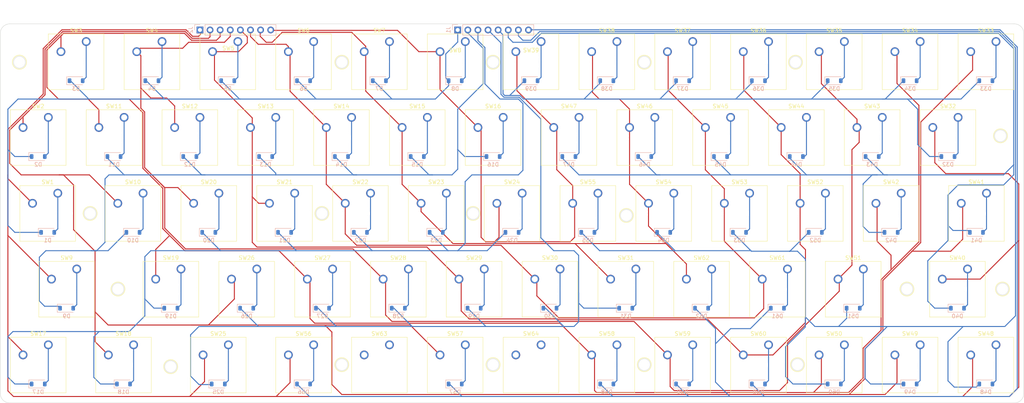
<source format=kicad_pcb>
(kicad_pcb (version 20221018) (generator pcbnew)

  (general
    (thickness 1.6)
  )

  (paper "A3")
  (layers
    (0 "F.Cu" signal)
    (31 "B.Cu" signal)
    (32 "B.Adhes" user "B.Adhesive")
    (33 "F.Adhes" user "F.Adhesive")
    (34 "B.Paste" user)
    (35 "F.Paste" user)
    (36 "B.SilkS" user "B.Silkscreen")
    (37 "F.SilkS" user "F.Silkscreen")
    (38 "B.Mask" user)
    (39 "F.Mask" user)
    (40 "Dwgs.User" user "User.Drawings")
    (41 "Cmts.User" user "User.Comments")
    (42 "Eco1.User" user "User.Eco1")
    (43 "Eco2.User" user "User.Eco2")
    (44 "Edge.Cuts" user)
    (45 "Margin" user)
    (46 "B.CrtYd" user "B.Courtyard")
    (47 "F.CrtYd" user "F.Courtyard")
    (48 "B.Fab" user)
    (49 "F.Fab" user)
    (50 "User.1" user)
    (51 "User.2" user)
    (52 "User.3" user)
    (53 "User.4" user)
    (54 "User.5" user)
    (55 "User.6" user)
    (56 "User.7" user)
    (57 "User.8" user)
    (58 "User.9" user)
  )

  (setup
    (pad_to_mask_clearance 0)
    (aux_axis_origin 83.185 188.11875)
    (grid_origin 200.5 140.5)
    (pcbplotparams
      (layerselection 0x00010fc_ffffffff)
      (plot_on_all_layers_selection 0x0000000_00000000)
      (disableapertmacros false)
      (usegerberextensions false)
      (usegerberattributes true)
      (usegerberadvancedattributes true)
      (creategerberjobfile true)
      (dashed_line_dash_ratio 12.000000)
      (dashed_line_gap_ratio 3.000000)
      (svgprecision 4)
      (plotframeref false)
      (viasonmask false)
      (mode 1)
      (useauxorigin false)
      (hpglpennumber 1)
      (hpglpenspeed 20)
      (hpglpendiameter 15.000000)
      (dxfpolygonmode true)
      (dxfimperialunits true)
      (dxfusepcbnewfont true)
      (psnegative false)
      (psa4output false)
      (plotreference true)
      (plotvalue true)
      (plotinvisibletext false)
      (sketchpadsonfab false)
      (subtractmaskfromsilk false)
      (outputformat 1)
      (mirror false)
      (drillshape 1)
      (scaleselection 1)
      (outputdirectory "")
    )
  )

  (net 0 "")
  (net 1 "Net-(D1-K)")
  (net 2 "Net-(D1-A)")
  (net 3 "Net-(D10-A)")
  (net 4 "Net-(D10-K)")
  (net 5 "Net-(D17-K)")
  (net 6 "Net-(D17-A)")
  (net 7 "Net-(D25-K)")
  (net 8 "Net-(D25-A)")
  (net 9 "Net-(D32-K)")
  (net 10 "Net-(D33-A)")
  (net 11 "Net-(D40-K)")
  (net 12 "Net-(D41-A)")
  (net 13 "Net-(D48-K)")
  (net 14 "Net-(D49-A)")
  (net 15 "Net-(D56-K)")
  (net 16 "Net-(D56-A)")
  (net 17 "Net-(J2-Pin_1)")
  (net 18 "Net-(J2-Pin_2)")
  (net 19 "Net-(J2-Pin_3)")
  (net 20 "Net-(J2-Pin_4)")
  (net 21 "Net-(J2-Pin_5)")
  (net 22 "Net-(J2-Pin_6)")
  (net 23 "Net-(J2-Pin_7)")
  (net 24 "Net-(J2-Pin_8)")
  (net 25 "unconnected-(SW63-Pad1)")
  (net 26 "unconnected-(SW63-Pad2)")
  (net 27 "unconnected-(SW64-Pad1)")
  (net 28 "unconnected-(SW64-Pad2)")
  (net 29 "Net-(D2-A)")
  (net 30 "Net-(D3-A)")
  (net 31 "Net-(D4-A)")
  (net 32 "Net-(D5-A)")
  (net 33 "Net-(D6-A)")
  (net 34 "Net-(D7-A)")
  (net 35 "Net-(D8-A)")
  (net 36 "Net-(D9-A)")
  (net 37 "Net-(D11-A)")
  (net 38 "Net-(D12-A)")
  (net 39 "Net-(D13-A)")
  (net 40 "Net-(D14-A)")
  (net 41 "Net-(D15-A)")
  (net 42 "Net-(D16-A)")
  (net 43 "Net-(D18-A)")
  (net 44 "Net-(D19-A)")
  (net 45 "Net-(D20-A)")
  (net 46 "Net-(D21-A)")
  (net 47 "Net-(D22-A)")
  (net 48 "Net-(D23-A)")
  (net 49 "Net-(D24-A)")
  (net 50 "Net-(D26-A)")
  (net 51 "Net-(D27-A)")
  (net 52 "Net-(D28-A)")
  (net 53 "Net-(D29-A)")
  (net 54 "Net-(D30-A)")
  (net 55 "Net-(D31-A)")
  (net 56 "Net-(D32-A)")
  (net 57 "Net-(D34-A)")
  (net 58 "Net-(D35-A)")
  (net 59 "Net-(D36-A)")
  (net 60 "Net-(D37-A)")
  (net 61 "Net-(D38-A)")
  (net 62 "Net-(D39-A)")
  (net 63 "Net-(D40-A)")
  (net 64 "Net-(D42-A)")
  (net 65 "Net-(D43-A)")
  (net 66 "Net-(D44-A)")
  (net 67 "Net-(D45-A)")
  (net 68 "Net-(D46-A)")
  (net 69 "Net-(D47-A)")
  (net 70 "Net-(D48-A)")
  (net 71 "Net-(D50-A)")
  (net 72 "Net-(D51-A)")
  (net 73 "Net-(D52-A)")
  (net 74 "Net-(D53-A)")
  (net 75 "Net-(D54-A)")
  (net 76 "Net-(D55-A)")
  (net 77 "Net-(D57-A)")
  (net 78 "Net-(D58-A)")
  (net 79 "Net-(D59-A)")
  (net 80 "Net-(D60-A)")
  (net 81 "Net-(D61-A)")
  (net 82 "Net-(D62-A)")

  (footprint "Button_Switch_Keyboard:SW_Cherry_MX_1.00u_PCB" (layer "F.Cu") (at 285.75 116.36375))

  (footprint "Button_Switch_Keyboard:SW_Cherry_MX_1.00u_PCB" (layer "F.Cu") (at 261.9375 154.46375))

  (footprint "Button_Switch_Keyboard:SW_Cherry_MX_1.00u_PCB" (layer "F.Cu") (at 114.3 116.36375))

  (footprint "Button_Switch_Keyboard:SW_Cherry_MX_1.00u_PCB" (layer "F.Cu") (at 252.4125 135.41375))

  (footprint "Button_Switch_Keyboard:SW_Cherry_MX_1.25u_PCB" (layer "F.Cu") (at 140.49375 173.51375))

  (footprint "Button_Switch_Keyboard:SW_Cherry_MX_1.00u_PCB" (layer "F.Cu") (at 276.225 173.51375))

  (footprint "Button_Switch_Keyboard:SW_Cherry_MX_1.00u_PCB" (layer "F.Cu") (at 257.175 97.31375))

  (footprint "Button_Switch_Keyboard:SW_Cherry_MX_1.00u_PCB" (layer "F.Cu") (at 214.3125 135.41375))

  (footprint "Button_Switch_Keyboard:SW_Cherry_MX_1.00u_PCB" (layer "F.Cu") (at 180.975 97.31375))

  (footprint "Button_Switch_Keyboard:SW_Cherry_MX_1.00u_PCB" (layer "F.Cu") (at 200.025 173.51375))

  (footprint "Button_Switch_Keyboard:SW_Cherry_MX_1.00u_PCB" (layer "F.Cu") (at 200.025 97.31375))

  (footprint "Button_Switch_Keyboard:SW_Cherry_MX_1.00u_PCB" (layer "F.Cu") (at 233.3625 135.41375))

  (footprint "Button_Switch_Keyboard:SW_Cherry_MX_1.00u_PCB" (layer "F.Cu") (at 304.8 116.36375))

  (footprint "Button_Switch_Keyboard:SW_Cherry_MX_1.00u_PCB" (layer "F.Cu") (at 95.25 116.36375))

  (footprint "Button_Switch_Keyboard:SW_Cherry_MX_1.00u_PCB" (layer "F.Cu") (at 295.275 97.31375))

  (footprint "Button_Switch_Keyboard:SW_Cherry_MX_1.00u_PCB" (layer "F.Cu") (at 147.6375 154.46375))

  (footprint "Button_Switch_Keyboard:SW_Cherry_MX_1.00u_PCB" (layer "F.Cu") (at 152.4 116.36375))

  (footprint "Button_Switch_Keyboard:SW_Cherry_MX_1.00u_PCB" (layer "F.Cu") (at 290.5125 135.41375))

  (footprint "Button_Switch_Keyboard:SW_Cherry_MX_1.00u_PCB" (layer "F.Cu") (at 119.0625 135.41375))

  (footprint "Button_Switch_Keyboard:SW_Cherry_MX_1.00u_PCB" (layer "F.Cu") (at 142.875 97.31375))

  (footprint "Button_Switch_Keyboard:SW_Cherry_MX_1.00u_PCB" (layer "F.Cu") (at 276.225 97.31375))

  (footprint "Button_Switch_Keyboard:SW_Cherry_MX_1.00u_PCB" (layer "F.Cu") (at 323.85 116.36375))

  (footprint "Button_Switch_Keyboard:SW_Cherry_MX_1.00u_PCB" (layer "F.Cu") (at 309.5625 135.41375))

  (footprint "Button_Switch_Keyboard:SW_Cherry_MX_1.00u_PCB" (layer "F.Cu") (at 185.7375 154.46375))

  (footprint "Button_Switch_Keyboard:SW_Cherry_MX_1.25u_PCB" (layer "F.Cu") (at 97.63125 135.41375))

  (footprint "Button_Switch_Keyboard:SW_Cherry_MX_1.00u_PCB" (layer "F.Cu") (at 219.075 173.51375))

  (footprint "Button_Switch_Keyboard:SW_Cherry_MX_1.00u_PCB" (layer "F.Cu") (at 280.9875 154.46375))

  (footprint "Button_Switch_Keyboard:SW_Cherry_MX_1.00u_PCB" (layer "F.Cu") (at 204.7875 154.46375))

  (footprint "Button_Switch_Keyboard:SW_Cherry_MX_1.00u_PCB" (layer "F.Cu") (at 300.0375 154.46375))

  (footprint "Button_Switch_Keyboard:SW_Cherry_MX_1.00u_PCB" (layer "F.Cu") (at 247.65 116.36375))

  (footprint "Button_Switch_Keyboard:SW_Cherry_MX_1.00u_PCB" (layer "F.Cu") (at 257.175 173.51375))

  (footprint "Button_Switch_Keyboard:SW_Cherry_MX_1.00u_PCB" (layer "F.Cu") (at 133.35 116.36375))

  (footprint "Button_Switch_Keyboard:SW_Cherry_MX_1.00u_PCB" (layer "F.Cu") (at 161.925 173.51375))

  (footprint "Button_Switch_Keyboard:SW_Cherry_MX_1.00u_PCB" (layer "F.Cu") (at 209.55 116.36375))

  (footprint "Button_Switch_Keyboard:SW_Cherry_MX_1.00u_PCB" (layer "F.Cu") (at 95.25 173.51375))

  (footprint "Button_Switch_Keyboard:SW_Cherry_MX_1.25u_PCB" (layer "F.Cu") (at 330.99375 135.41375))

  (footprint "Button_Switch_Keyboard:SW_Cherry_MX_1.00u_PCB" (layer "F.Cu") (at 128.5875 154.46375))

  (footprint "Button_Switch_Keyboard:SW_Cherry_MX_1.00u_PCB" (layer "F.Cu") (at 333.375 173.51375))

  (footprint "Button_Switch_Keyboard:SW_Cherry_MX_1.00u_PCB" (layer "F.Cu") (at 238.125 97.31375))

  (footprint "Button_Switch_Keyboard:SW_Cherry_MX_1.00u_PCB" (layer "F.Cu") (at 223.8375 154.46375))

  (footprint "Button_Switch_Keyboard:SW_Cherry_MX_1.00u_PCB" (layer "F.Cu") (at 219.075 97.31375))

  (footprint "Button_Switch_Keyboard:SW_Cherry_MX_1.00u_PCB" (layer "F.Cu")
    (tstamp a29d0987-fc1b-479e-89c1-4957eae3384f)
    (at 271.4625 135.41375)
    (descr "Cherry MX keyswitch, 1.00u, PCB mount, http://cherryamericas.com/wp-content/uploads/2014/12/mx_cat.pdf")
    (tags "Cherry MX keyswitch 1.00u PCB")
    (property "Sheetfile" "xantronix-z32.kicad_sch")
    (property "Sheetname" "")
    (property "ki_description" "Push button switch, generic, two pins")
    (property "ki_keywords" "switch normally-open pushbutton push-button")
    (path "/e818bc00-1e8f-44e3-b9f4-0bae43ab4fb8")
    (attr through_hole)
    (fp_text reference "SW53" (at -2.54 -2.794) (layer "F.SilkS")
        (effects (font (size 1 1) (thickness 0.15)))
      (tstamp cb3cf7f9-8c81-468e-8413-26def3be3526)
    )
    (fp_text value "SW_Push" (at -2.54 12.954) (layer "F.Fab")
        (effects (font (size 1 1) (thickness 0.15)))
      (tstamp 5182fbc3-0c7b-453c-aafd-532198d8e30e)
    )
    (fp_text user "${REFERENCE}" (at -2.54 -2.794) (layer "F.Fab")
        (effects (font (size 1 1) (thickness 0.15)))
      (tstamp 68a1dcc7-8161-4f6b-9b42-7c6638961b1c)
    )
    (fp_line (start -9.525 -1.905) (end 4.445 -1.905)
      (stroke (width 0.12) (type solid)) (layer "F.SilkS") (tstamp 08667e8a-8c72-429f-b2e6-5db12ca88ec3))
    (fp_line (start -9.525 12.065) (end -9.525 -1.905)
      (stroke (width 0.12) (type solid)) (layer "F.SilkS") (tstamp 0c747d89-b9cd-4ce8-9ab2-10088c866c2a))
    (fp_line (start 4.445 -1.905) (end 4.445 12.065)
      (stroke (width 0.12) (type solid)) (layer "F.SilkS") (tstamp f19d8e3e-1608-4cbf-9820-4000cc5e77a2))
    (fp_line (start 4.445 12.065) (end -9.525 12.065)
      (stroke (width 0.12) (type solid)) (layer "F.SilkS") (tstamp 4c4f0c93-87ab-4c00-841e-6a65574447aa))
    (fp_line (start -12.065 -4.445) (end 6.985 -4.445)
      (stroke (width 0.15) (type solid)) (layer "Dwgs.User") (tstamp e7e1ea46-d40c-432d-9e55-5a9b96b52741))
    (fp_line (start -12.065 14.605) (end -12.065 -4.445)
      (stroke (width 0.15) (type solid)) (layer "Dwgs.User") (tstamp 8db66b3b-fa37-4c8f-aaa0-111a725d8bc4))
    (fp_line (start 6.985 -4.445) (end 6.985 14.605)
      (stroke (width 0.15) (type solid)) (layer "Dwgs.User") (tstamp b1ad30f7-8a1d-476a-a2c5-5037a5d7450c))
    (fp_line (start 6.985 14.605) (end -12.065 14.605)
      (stroke (width 0.15) (type solid)) (layer "Dwgs.User") (tstamp 4924eca8-f13b-43e7-a3d0-2f8a8208b8df))
    (fp_line (start -9.14 -1.52) (end 4.06 -1.52)
      (
... [488834 chars truncated]
</source>
